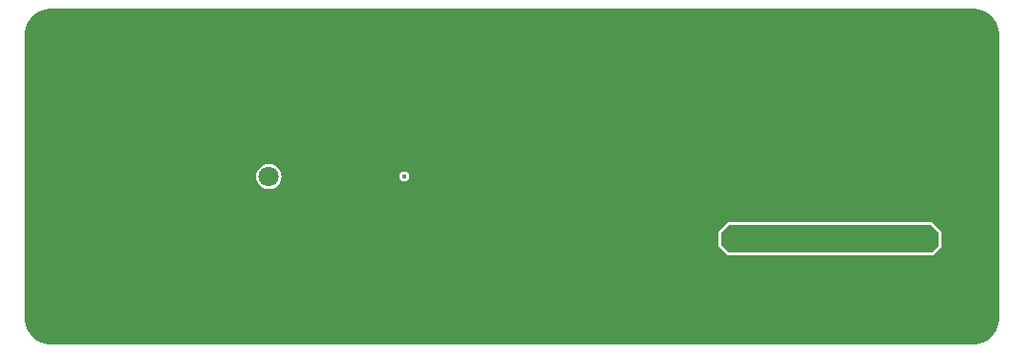
<source format=gbr>
G04*
G04 #@! TF.GenerationSoftware,Altium Limited,Altium Designer,24.9.1 (31)*
G04*
G04 Layer_Physical_Order=3*
G04 Layer_Color=16440176*
%FSLAX25Y25*%
%MOIN*%
G70*
G04*
G04 #@! TF.SameCoordinates,BE83DA22-E0C5-4DDF-BF2C-7847B46FCBB1*
G04*
G04*
G04 #@! TF.FilePolarity,Positive*
G04*
G01*
G75*
%ADD52C,0.01575*%
%ADD57C,0.07087*%
%ADD58C,0.21654*%
%ADD59C,0.01772*%
%ADD60C,0.05000*%
G36*
X332677Y118110D02*
X333647Y118110D01*
X335548Y117732D01*
X337339Y116990D01*
X338951Y115913D01*
X340322Y114542D01*
X341400Y112930D01*
X342141Y111139D01*
X342520Y109237D01*
X342520Y108268D01*
X342520D01*
X342520Y108268D01*
X342520Y9843D01*
X342520Y8873D01*
X342141Y6972D01*
X341400Y5180D01*
X340322Y3568D01*
X338951Y2197D01*
X337339Y1120D01*
X335548Y378D01*
X333646Y-0D01*
X332677Y0D01*
X9843D01*
X8873Y-0D01*
X6972Y378D01*
X5180Y1120D01*
X3568Y2197D01*
X2197Y3568D01*
X1120Y5180D01*
X378Y6972D01*
X0Y8873D01*
X0Y9843D01*
X0Y9843D01*
Y108268D01*
Y109237D01*
X378Y111139D01*
X1120Y112930D01*
X2197Y114542D01*
X3568Y115913D01*
X5180Y116990D01*
X6972Y117732D01*
X8873Y118110D01*
X9843D01*
X9843Y118110D01*
X332677Y118110D01*
D02*
G37*
%LPC*%
G36*
X133465Y60841D02*
X132781Y60705D01*
X132202Y60318D01*
X131814Y59739D01*
X131678Y59055D01*
X131814Y58372D01*
X132202Y57792D01*
X132781Y57405D01*
X133465Y57269D01*
X134148Y57405D01*
X134728Y57792D01*
X135115Y58372D01*
X135251Y59055D01*
X135115Y59739D01*
X134728Y60318D01*
X134148Y60705D01*
X133465Y60841D01*
D02*
G37*
G36*
X85827Y63503D02*
X84676Y63351D01*
X83603Y62907D01*
X82682Y62200D01*
X81975Y61279D01*
X81531Y60206D01*
X81379Y59055D01*
X81531Y57904D01*
X81975Y56831D01*
X82682Y55910D01*
X83603Y55203D01*
X84676Y54759D01*
X85827Y54608D01*
X86978Y54759D01*
X88051Y55203D01*
X88972Y55910D01*
X89678Y56831D01*
X90123Y57904D01*
X90274Y59055D01*
X90123Y60206D01*
X89678Y61279D01*
X88972Y62200D01*
X88051Y62907D01*
X86978Y63351D01*
X85827Y63503D01*
D02*
G37*
G36*
X318303Y43146D02*
X247437D01*
X247047Y43068D01*
X246716Y42847D01*
X243960Y40091D01*
X243739Y39760D01*
X243661Y39370D01*
Y35039D01*
X243739Y34649D01*
X243960Y34318D01*
X246716Y31563D01*
X247047Y31341D01*
X247437Y31264D01*
X318697D01*
X319087Y31341D01*
X319418Y31563D01*
X321780Y33925D01*
X322001Y34255D01*
X322078Y34646D01*
Y39370D01*
X322001Y39760D01*
X321780Y40091D01*
X319024Y42847D01*
X318693Y43068D01*
X318303Y43146D01*
D02*
G37*
%LPD*%
G36*
X321059Y39370D02*
Y34646D01*
X318697Y32283D01*
X247437D01*
X244681Y35039D01*
Y39370D01*
X247437Y42126D01*
X318303D01*
X321059Y39370D01*
D02*
G37*
D52*
X341600Y54400D02*
D03*
X154500Y29000D02*
D03*
X148500Y28000D02*
D03*
X112000Y54000D02*
D03*
X104500D02*
D03*
X108500Y51000D02*
D03*
X100500Y53500D02*
D03*
X93000Y54000D02*
D03*
X96500Y51500D02*
D03*
X177500Y53500D02*
D03*
X171000D02*
D03*
X174000Y52500D02*
D03*
X177500Y65000D02*
D03*
X171000D02*
D03*
X174000Y65500D02*
D03*
X282500Y65000D02*
D03*
X276000D02*
D03*
X279000Y65500D02*
D03*
X282500Y53500D02*
D03*
X276000D02*
D03*
X279000Y52500D02*
D03*
X212500Y65000D02*
D03*
X206000D02*
D03*
X209000Y65500D02*
D03*
X206000Y53000D02*
D03*
X213000Y53500D02*
D03*
X209000Y52500D02*
D03*
X151500Y56300D02*
D03*
X153936Y56251D02*
D03*
X156508Y56149D02*
D03*
X159083D02*
D03*
X160492Y53993D02*
D03*
X161061Y51482D02*
D03*
X160981Y48909D02*
D03*
X160157Y46469D02*
D03*
X158592Y44425D02*
D03*
X156441Y43011D02*
D03*
X153894Y42633D02*
D03*
X151355Y43064D02*
D03*
X148853Y42458D02*
D03*
X146383Y43185D02*
D03*
X144278Y44668D02*
D03*
X142821Y46790D02*
D03*
X142133Y49272D02*
D03*
X142089Y51846D02*
D03*
X142670Y54354D02*
D03*
X144517Y56149D02*
D03*
X147092D02*
D03*
X149200Y56100D02*
D03*
X192475Y61476D02*
D03*
X192015Y58943D02*
D03*
X202903Y56730D02*
D03*
X205455Y56385D02*
D03*
X205720Y61725D02*
D03*
X203169Y61380D02*
D03*
X178359Y61725D02*
D03*
X179341Y56538D02*
D03*
X189444Y56973D02*
D03*
X189678Y59537D02*
D03*
X285346Y61380D02*
D03*
X282795Y61725D02*
D03*
X282441Y56385D02*
D03*
X284993Y56730D02*
D03*
X295055Y56973D02*
D03*
X295288Y59537D02*
D03*
X340310Y63694D02*
D03*
X337736D02*
D03*
X335161D02*
D03*
X332586D02*
D03*
X330011D02*
D03*
X327499Y63127D02*
D03*
X325608Y61380D02*
D03*
X323033D02*
D03*
X320480Y61716D02*
D03*
X317908Y61824D02*
D03*
X315333Y61864D02*
D03*
X312760Y61962D02*
D03*
X310186D02*
D03*
X307651Y61510D02*
D03*
X297716Y60790D02*
D03*
X297625Y58217D02*
D03*
X306804Y56586D02*
D03*
X309341Y56149D02*
D03*
X311915Y56214D02*
D03*
X314489Y56149D02*
D03*
X322180Y56730D02*
D03*
X324755D02*
D03*
X327128Y55731D02*
D03*
X329342Y54416D02*
D03*
X331917D02*
D03*
X334492D02*
D03*
X337066D02*
D03*
X339300Y54400D02*
D03*
X233890Y62115D02*
D03*
X231316Y62178D02*
D03*
X228814Y61568D02*
D03*
X226283Y62040D02*
D03*
X223784Y61419D02*
D03*
X221268Y61962D02*
D03*
X218693D02*
D03*
X216119Y61886D02*
D03*
X213549Y61725D02*
D03*
X213985Y56460D02*
D03*
X216541Y56149D02*
D03*
X219116Y56153D02*
D03*
X221691Y56149D02*
D03*
X229343Y56501D02*
D03*
X231854Y55932D02*
D03*
X234429D02*
D03*
X236995Y56150D02*
D03*
X239533Y56582D02*
D03*
X242108D02*
D03*
X244335Y57873D02*
D03*
X244293Y60448D02*
D03*
X236860Y62050D02*
D03*
X84229Y64053D02*
D03*
X82048Y62684D02*
D03*
X80781Y60443D02*
D03*
X80717Y57869D02*
D03*
X81900Y55582D02*
D03*
X84032Y54138D02*
D03*
X86594Y53882D02*
D03*
X88969Y54875D02*
D03*
X90755Y56730D02*
D03*
X93330D02*
D03*
X100884Y56149D02*
D03*
X103458D02*
D03*
X110994Y56730D02*
D03*
X113568D02*
D03*
X116143D02*
D03*
X118718D02*
D03*
X121293D02*
D03*
X123868D02*
D03*
X126443D02*
D03*
X129017D02*
D03*
X131592D02*
D03*
X134162Y56577D02*
D03*
X136732Y56730D02*
D03*
X136857Y54158D02*
D03*
X137439Y51650D02*
D03*
X137528Y49077D02*
D03*
X137987Y46543D02*
D03*
X138986Y44170D02*
D03*
X140466Y42063D02*
D03*
X142328Y40285D02*
D03*
X148668Y36188D02*
D03*
Y33613D02*
D03*
X148689Y31039D02*
D03*
X154481Y31839D02*
D03*
X154337Y34409D02*
D03*
X154481Y36980D02*
D03*
X159117Y39192D02*
D03*
X161243Y40645D02*
D03*
X163044Y42484D02*
D03*
X164428Y44656D02*
D03*
X165292Y47081D02*
D03*
X165665Y49629D02*
D03*
X165711Y52203D02*
D03*
X166292Y54712D02*
D03*
X167891Y56730D02*
D03*
X170443Y56385D02*
D03*
X170863Y61725D02*
D03*
X168312Y61380D02*
D03*
X165737D02*
D03*
X163197Y61804D02*
D03*
X160626Y61939D02*
D03*
X158051Y61962D02*
D03*
X155477D02*
D03*
X147788D02*
D03*
X145213D02*
D03*
X142638D02*
D03*
X140068Y61804D02*
D03*
X137522Y61424D02*
D03*
X134947Y61380D02*
D03*
X132372D02*
D03*
X129798D02*
D03*
X127223D02*
D03*
X124648D02*
D03*
X122073D02*
D03*
X119498D02*
D03*
X116924D02*
D03*
X114349D02*
D03*
X111774D02*
D03*
X109234Y61804D02*
D03*
X106661Y61727D02*
D03*
X104096Y61962D02*
D03*
X101522D02*
D03*
X98948Y61885D02*
D03*
X96374Y61804D02*
D03*
X93835Y61380D02*
D03*
X91260D02*
D03*
X89265Y63008D02*
D03*
X86972Y64179D02*
D03*
X256093Y67158D02*
D03*
X253558Y66708D02*
D03*
X250984Y66647D02*
D03*
X248409D02*
D03*
X246554Y64861D02*
D03*
X246964Y62319D02*
D03*
X259694Y61284D02*
D03*
X262269Y61267D02*
D03*
X264844D02*
D03*
X267411Y61465D02*
D03*
X268235Y59026D02*
D03*
X270155Y57311D02*
D03*
X272664Y56730D02*
D03*
X275215Y56385D02*
D03*
X275900Y61800D02*
D03*
X273570Y61380D02*
D03*
X271760Y63212D02*
D03*
X270328Y65352D02*
D03*
X267978Y66404D02*
D03*
X265493Y67080D02*
D03*
X262919Y67015D02*
D03*
X260346Y67080D02*
D03*
X258300Y67100D02*
D03*
D57*
X85827Y59055D02*
D03*
D58*
X322835Y19685D02*
D03*
Y98425D02*
D03*
X15748Y59055D02*
D03*
D59*
X257874Y49213D02*
D03*
X334646Y108268D02*
D03*
Y84646D02*
D03*
Y37402D02*
D03*
Y13779D02*
D03*
X328740Y1968D02*
D03*
X322834Y84646D02*
D03*
X316929Y72834D02*
D03*
Y1968D02*
D03*
X311023Y108268D02*
D03*
X305118Y96457D02*
D03*
X311023Y84646D02*
D03*
X305118Y72834D02*
D03*
Y49213D02*
D03*
X311023Y13779D02*
D03*
X305118Y1968D02*
D03*
X299213Y108268D02*
D03*
X293307Y96457D02*
D03*
X299213Y84646D02*
D03*
X293307Y72834D02*
D03*
Y49213D02*
D03*
Y1968D02*
D03*
X287402Y108268D02*
D03*
Y84646D02*
D03*
X281496Y72834D02*
D03*
Y49213D02*
D03*
Y1968D02*
D03*
X275590Y108268D02*
D03*
Y84646D02*
D03*
X269685Y72834D02*
D03*
Y49213D02*
D03*
Y1968D02*
D03*
X263779Y108268D02*
D03*
X257874Y96457D02*
D03*
X263779Y84646D02*
D03*
X257874Y72834D02*
D03*
X263779Y13779D02*
D03*
X257874Y1968D02*
D03*
X251968Y108268D02*
D03*
X246063Y96457D02*
D03*
X251968Y84646D02*
D03*
X246063Y72834D02*
D03*
Y49213D02*
D03*
Y1968D02*
D03*
X240157Y108268D02*
D03*
X234252Y96457D02*
D03*
X240157Y84646D02*
D03*
X234252Y72834D02*
D03*
Y49213D02*
D03*
Y25591D02*
D03*
Y1968D02*
D03*
X228346Y108268D02*
D03*
X222441Y96457D02*
D03*
X228346Y84646D02*
D03*
X222441Y72834D02*
D03*
Y49213D02*
D03*
Y25591D02*
D03*
Y1968D02*
D03*
X216535Y108268D02*
D03*
X210630Y96457D02*
D03*
X216535Y84646D02*
D03*
X210630Y72834D02*
D03*
Y49213D02*
D03*
X216535Y37402D02*
D03*
X210630Y25591D02*
D03*
Y1968D02*
D03*
X204724Y108268D02*
D03*
X198819Y96457D02*
D03*
X204724Y84646D02*
D03*
X198819Y72834D02*
D03*
Y49213D02*
D03*
X204724Y37402D02*
D03*
X198819Y25591D02*
D03*
Y1968D02*
D03*
X192913Y108268D02*
D03*
X187008Y96457D02*
D03*
X192913Y84646D02*
D03*
X187008Y72834D02*
D03*
Y49213D02*
D03*
X192913Y37402D02*
D03*
X187008Y25591D02*
D03*
X192913Y13779D02*
D03*
X187008Y1968D02*
D03*
X181102Y108268D02*
D03*
X175197Y96457D02*
D03*
X181102Y84646D02*
D03*
X175197Y72834D02*
D03*
Y49213D02*
D03*
X181102Y37402D02*
D03*
X175197Y25591D02*
D03*
X181102Y13779D02*
D03*
X175197Y1968D02*
D03*
X169291Y108268D02*
D03*
Y84646D02*
D03*
X163386Y72834D02*
D03*
X169291Y37402D02*
D03*
X163386Y25591D02*
D03*
X169291Y13779D02*
D03*
X163386Y1968D02*
D03*
X157480Y108268D02*
D03*
Y84646D02*
D03*
X151575Y72834D02*
D03*
Y49213D02*
D03*
X157480Y37402D02*
D03*
X151575Y25591D02*
D03*
X157480Y13779D02*
D03*
X151575Y1968D02*
D03*
X145669Y108268D02*
D03*
X139764Y96457D02*
D03*
X145669Y84646D02*
D03*
X139764Y72834D02*
D03*
X145669Y37402D02*
D03*
X139764Y25591D02*
D03*
X145669Y13779D02*
D03*
X139764Y1968D02*
D03*
X133858Y108268D02*
D03*
Y84646D02*
D03*
X127953Y72834D02*
D03*
Y49213D02*
D03*
X133858Y37402D02*
D03*
Y13779D02*
D03*
X127953Y1968D02*
D03*
X116142Y72834D02*
D03*
Y49213D02*
D03*
Y1968D02*
D03*
X104331Y72834D02*
D03*
Y49213D02*
D03*
Y1968D02*
D03*
X98425Y108268D02*
D03*
X92520Y96457D02*
D03*
X98425Y84646D02*
D03*
X92520Y72834D02*
D03*
Y49213D02*
D03*
X98425Y37402D02*
D03*
X92520Y25591D02*
D03*
X98425Y13779D02*
D03*
X92520Y1968D02*
D03*
X86614Y108268D02*
D03*
X80709Y96457D02*
D03*
X86614Y84646D02*
D03*
X80709Y72834D02*
D03*
Y49213D02*
D03*
X86614Y37402D02*
D03*
X80709Y25591D02*
D03*
X86614Y13779D02*
D03*
X80709Y1968D02*
D03*
X74803Y108268D02*
D03*
X68898Y96457D02*
D03*
X74803Y84646D02*
D03*
X68898Y72834D02*
D03*
X74803Y61023D02*
D03*
X68898Y49213D02*
D03*
X74803Y37402D02*
D03*
X68898Y25591D02*
D03*
X74803Y13779D02*
D03*
X68898Y1968D02*
D03*
X62992Y108268D02*
D03*
Y84646D02*
D03*
X57087Y72834D02*
D03*
X62992Y61023D02*
D03*
X57087Y49213D02*
D03*
X62992Y37402D02*
D03*
Y13779D02*
D03*
X57087Y1968D02*
D03*
X45276Y72834D02*
D03*
X51181Y61023D02*
D03*
X45276Y49213D02*
D03*
Y1968D02*
D03*
X33465Y72834D02*
D03*
X39370Y61023D02*
D03*
X33465Y49213D02*
D03*
Y1968D02*
D03*
X27559Y108268D02*
D03*
X21654Y96457D02*
D03*
X27559Y84646D02*
D03*
X21654Y72834D02*
D03*
X27559Y37402D02*
D03*
X21654Y25591D02*
D03*
X27559Y13779D02*
D03*
X21654Y1968D02*
D03*
X15748Y108268D02*
D03*
X9843Y96457D02*
D03*
X15748Y84646D02*
D03*
X9843Y72834D02*
D03*
X15748Y37402D02*
D03*
X9843Y25591D02*
D03*
X15748Y13779D02*
D03*
X9843Y1968D02*
D03*
X133465Y59055D02*
D03*
D60*
X313386Y37008D02*
D03*
X250000Y36614D02*
D03*
M02*

</source>
